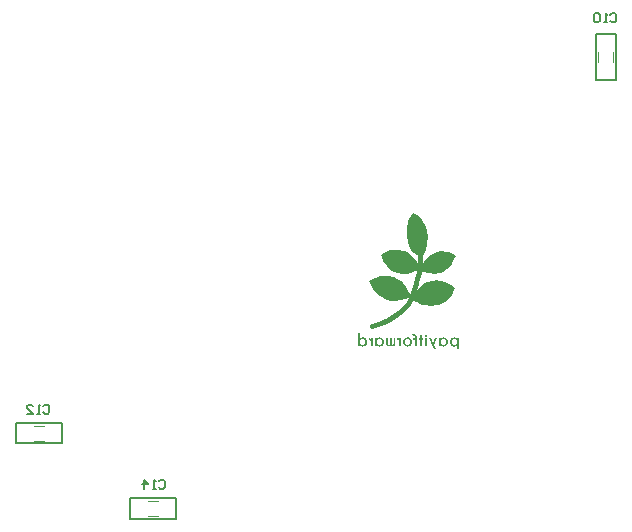
<source format=gbo>
G04*
G04 #@! TF.GenerationSoftware,Altium Limited,Altium Designer,18.1.6 (161)*
G04*
G04 Layer_Color=32896*
%FSTAX24Y24*%
%MOIN*%
G70*
G01*
G75*
%ADD14C,0.0040*%
%ADD15C,0.0050*%
%ADD17C,0.0080*%
%ADD20C,0.0158*%
G36*
X027063Y037598D02*
X027064Y037598D01*
X027234Y037585D01*
X027235Y037585D01*
X027236Y037585D01*
X027369Y037548D01*
X027369Y037547D01*
X02737Y037547D01*
X027549Y037472D01*
X027549Y037472D01*
X02755Y037472D01*
X027637Y037422D01*
X027638Y037421D01*
X027638Y037421D01*
X027688Y037375D01*
X027689Y037374D01*
X027689Y037374D01*
X027731Y037316D01*
X027731Y037316D01*
X027731Y037316D01*
X027781Y037241D01*
X027781Y037241D01*
X027781Y03724D01*
X027864Y037111D01*
X027864Y037111D01*
X027865Y037111D01*
X02789Y037061D01*
X027919Y037003D01*
X027919Y037001D01*
X02792Y037D01*
Y036983D01*
X027919Y036982D01*
X027919Y036981D01*
X02787Y036857D01*
X02787Y036857D01*
X02787Y036856D01*
X027869Y036856D01*
X027869Y036855D01*
X027868Y036855D01*
X027867Y036854D01*
X027866Y036854D01*
X027866Y036853D01*
X02779Y036835D01*
X027736Y036819D01*
X027736Y036819D01*
X027735Y036818D01*
X027656Y036802D01*
X027656Y036802D01*
X027656Y036802D01*
X027548Y036781D01*
X027548Y036781D01*
X027548Y036781D01*
X027452Y036764D01*
X027451Y036764D01*
X027451Y036764D01*
X027359D01*
X027359Y036764D01*
X027358Y036764D01*
X027267Y036772D01*
X027266Y036773D01*
X027266Y036772D01*
X027195Y036789D01*
X027195Y036789D01*
X027195Y036789D01*
X027095Y036819D01*
X027094Y036819D01*
X027094Y036819D01*
X026981Y036881D01*
X026981Y036882D01*
X026981Y036882D01*
X026922Y036919D01*
X026922Y03692D01*
X026921Y03692D01*
X026804Y037041D01*
X026804Y037041D01*
X026804Y037041D01*
X026734Y037116D01*
X026734Y037116D01*
X026733Y037116D01*
X026687Y037171D01*
X026687Y037171D01*
X026687Y037172D01*
X026653Y037234D01*
X026587Y03735D01*
X026587Y037351D01*
X026587Y037351D01*
X026553Y037413D01*
X026553Y037415D01*
X026553Y037418D01*
X026553Y037418D01*
X026553Y037418D01*
X026554Y03742D01*
X026555Y037422D01*
X026672Y037501D01*
X026673Y037501D01*
X026673Y037501D01*
X026748Y037535D01*
X026748Y037535D01*
X026749Y037535D01*
X026845Y037564D01*
X026845Y037564D01*
X026845Y037564D01*
X026932Y037589D01*
X026933Y037589D01*
X026934Y037589D01*
X027063Y037598D01*
X027063Y037598D01*
D02*
G37*
G36*
X028803Y037448D02*
X028804Y037448D01*
X028883Y03744D01*
X028884Y03744D01*
X028884Y03744D01*
X028959Y037419D01*
X029109Y037382D01*
X02911Y037381D01*
X02911D01*
X02916Y037361D01*
X02916Y03736D01*
X029161Y03736D01*
X029273Y037302D01*
X029273Y037302D01*
X029274Y037302D01*
X029374Y037235D01*
X029374Y037235D01*
X029374Y037235D01*
X029416Y037201D01*
X029416Y0372D01*
X029418Y037199D01*
X029418Y037198D01*
X029418Y037197D01*
X029418Y037196D01*
X029418Y037194D01*
X029389Y037119D01*
X029388Y037119D01*
X029388Y037118D01*
X029342Y037031D01*
X029342Y037031D01*
X029342Y037031D01*
X029309Y036968D01*
X029309Y036968D01*
X029309Y036968D01*
X029221Y036843D01*
X029221Y036842D01*
X029221Y036842D01*
X029162Y036783D01*
X029162Y036783D01*
X029161Y036783D01*
X029095Y036737D01*
X029094Y036737D01*
X029094Y036736D01*
X029027Y036703D01*
X029027Y036703D01*
X029027Y036703D01*
X028931Y036657D01*
X028931Y036657D01*
X028931Y036657D01*
X028873Y036632D01*
X028872Y036632D01*
X028871Y036632D01*
X028771Y036615D01*
X028771Y036615D01*
X02877Y036615D01*
X02862Y036611D01*
X02862Y036611D01*
X02862Y036611D01*
X028461Y036619D01*
X028461Y036619D01*
X02846Y036619D01*
X02834Y036644D01*
X028339Y036644D01*
X028339Y036644D01*
X028239Y036674D01*
X028239Y036674D01*
X028238Y036674D01*
X028138Y03672D01*
X028138Y03672D01*
X028138Y03672D01*
X028063Y036766D01*
X028062Y036766D01*
X028062Y036766D01*
X028008Y036808D01*
X028008Y036808D01*
X028007Y036808D01*
X028007Y036809D01*
X028006Y03681D01*
X028006Y036811D01*
X028005Y036812D01*
X028005Y036813D01*
X028005Y036813D01*
X028006Y036814D01*
X028006Y036815D01*
X028085Y037065D01*
X028086Y037067D01*
X028087Y037068D01*
X028112Y037084D01*
X028203Y037192D01*
X028244Y037242D01*
X028245Y037242D01*
X028245Y037243D01*
X028307Y037297D01*
X028308Y037297D01*
X028308Y037297D01*
X028413Y037364D01*
X028413Y037364D01*
X028413Y037364D01*
X028501Y037406D01*
X028501Y037406D01*
X028502Y037407D01*
X028652Y037436D01*
X028652Y037436D01*
X028653Y037436D01*
X028803Y037448D01*
X028803Y037448D01*
D02*
G37*
G36*
X028028Y039694D02*
X02803Y039694D01*
X028101Y039661D01*
X028101Y03966D01*
X028102Y03966D01*
X02816Y039623D01*
X02816Y039622D01*
X028161Y039622D01*
X02824Y039551D01*
X02824Y039551D01*
X02824Y039551D01*
X028303Y039493D01*
X028303Y039492D01*
X028303Y039492D01*
X028366Y039409D01*
X028366Y039409D01*
X028366Y039409D01*
X0284Y039363D01*
X0284Y039362D01*
X0284Y039362D01*
X028429Y039295D01*
X028429Y039295D01*
X028429Y039295D01*
X02845Y039245D01*
X02845Y039244D01*
X028451Y039244D01*
X028476Y039131D01*
X028476Y039131D01*
X028476Y039131D01*
X028492Y039052D01*
X028492Y039052D01*
X028492Y039052D01*
X028505Y038964D01*
X028505Y038964D01*
X028505Y038963D01*
Y038872D01*
X028505Y038871D01*
X028505Y038871D01*
X028496Y038742D01*
X028496Y038742D01*
X028496Y038742D01*
X028488Y038634D01*
X028488Y038633D01*
X028488Y038633D01*
X02848Y038583D01*
X02848Y038583D01*
X02848Y038583D01*
X028463Y038495D01*
X028463Y038495D01*
X028463Y038495D01*
X028452Y03846D01*
X028452Y03846D01*
X028452Y03846D01*
X028424Y038396D01*
X028424Y038395D01*
X028424Y038395D01*
X028388Y038343D01*
X028387Y038342D01*
X028387Y038342D01*
X028331Y038278D01*
X028331Y038278D01*
X02833Y038277D01*
X028317Y038267D01*
X028317Y038234D01*
X028317Y038233D01*
X028317Y038232D01*
X028316Y038231D01*
X028316Y03823D01*
X028315Y038229D01*
X028314Y038228D01*
X028313Y038228D01*
X028311Y038228D01*
X02831Y038228D01*
X028309Y038228D01*
X028205Y038257D01*
X028204Y038258D01*
X028203Y038258D01*
X028149Y038291D01*
X028149Y038292D01*
X028149Y038292D01*
X028053Y038367D01*
X028052Y038367D01*
X028052Y038368D01*
X027968Y038476D01*
X027968Y038477D01*
X027968Y038477D01*
X02793Y038544D01*
X02793Y038544D01*
X02793Y038544D01*
X027892Y038644D01*
X027863Y038719D01*
X027863Y03872D01*
X027863Y03872D01*
X027842Y038803D01*
X027842Y038803D01*
X027842Y038803D01*
X027821Y038887D01*
X027822Y038887D01*
X027821Y038888D01*
X027817Y038963D01*
X027817Y038963D01*
X027817Y038963D01*
Y039122D01*
X027817Y039122D01*
X027817Y039122D01*
X027825Y039218D01*
X027825Y039218D01*
X027825Y039218D01*
X027838Y039331D01*
X027838Y039331D01*
X027838Y039332D01*
X027867Y039411D01*
X027867Y039411D01*
X027867Y039411D01*
X027897Y039486D01*
X027897Y039487D01*
X027897Y039487D01*
X027956Y039583D01*
X027956Y039583D01*
X027956Y039584D01*
X028001Y03965D01*
X028022Y039691D01*
X028024Y039693D01*
X028026Y039694D01*
X028026Y039694D01*
X028026Y039694D01*
X028028Y039694D01*
D02*
G37*
G36*
X02758Y038464D02*
X027581Y038463D01*
X027581Y038464D01*
X027673Y038439D01*
X027673Y038438D01*
X027673Y038438D01*
X02774Y038417D01*
X02774Y038417D01*
X027741Y038417D01*
X027812Y03838D01*
X027813Y038379D01*
X027874Y038346D01*
X027875Y038346D01*
X027875Y038346D01*
X027996Y038267D01*
X027996Y038266D01*
X027997Y038265D01*
X028114Y038115D01*
X028114Y038115D01*
X028114Y038115D01*
X028193Y037986D01*
X028193Y037986D01*
X028193Y037986D01*
X028218Y037944D01*
X028219Y037942D01*
X028219Y03794D01*
X028199Y037802D01*
X028198Y037801D01*
X028198Y037801D01*
X028197Y0378D01*
X028197Y037798D01*
X028196Y037798D01*
X028196Y037798D01*
X028196Y037798D01*
X028195Y037797D01*
X028028Y037718D01*
X028028Y037718D01*
X028027Y037718D01*
X027839Y037676D01*
X027839Y037676D01*
X027838Y037676D01*
X027693Y037672D01*
X027692Y037672D01*
X027691Y037672D01*
X027516Y037697D01*
X027516Y037697D01*
X027516Y037697D01*
X027403Y03773D01*
X027403Y03773D01*
X027402D01*
X027332Y03776D01*
X027331Y03776D01*
X02733Y037761D01*
X02728Y037798D01*
X02728Y037798D01*
X02728Y037798D01*
X027201Y037861D01*
X0272Y037861D01*
X0272Y037861D01*
X027138Y037928D01*
X027137Y037929D01*
X027137Y037929D01*
X027032Y038108D01*
X027032Y038108D01*
X027032Y038109D01*
X026982Y038213D01*
X026982Y038213D01*
X026982Y038213D01*
X026953Y038284D01*
X026953Y038286D01*
X026953Y038288D01*
X026953Y038288D01*
X026953Y038289D01*
X026954Y03829D01*
X026955Y038292D01*
X027064Y038363D01*
X027064Y038363D01*
X027064Y038363D01*
X027185Y038425D01*
X027186Y038425D01*
X027186Y038426D01*
X027261Y038451D01*
X027261Y038451D01*
X027261Y038451D01*
X02732Y038467D01*
X02732Y038467D01*
X027321Y038468D01*
X027396Y038476D01*
X027396Y038476D01*
X027397Y038476D01*
X02758Y038464D01*
D02*
G37*
G36*
X029027Y038423D02*
X029027Y038423D01*
X029127Y038406D01*
X029128Y038406D01*
X029128Y038406D01*
X029219Y038385D01*
X02922Y038385D01*
X029221Y038385D01*
X029287Y038356D01*
X029287Y038356D01*
X029287D01*
X029354Y038327D01*
X029354Y038326D01*
X029355Y038326D01*
X029438Y038268D01*
X029439Y038266D01*
X029441Y038264D01*
X029441Y038264D01*
X029441Y038263D01*
X029441Y038261D01*
X02944Y038259D01*
X029424Y038226D01*
X029399Y038164D01*
X029399Y038164D01*
X029399Y038164D01*
X029361Y038089D01*
X029361Y038089D01*
X029361Y038089D01*
X029315Y037997D01*
X029315Y037997D01*
X029315Y037996D01*
X029265Y037933D01*
X029265Y037933D01*
X029265Y037933D01*
X029215Y037875D01*
X029214Y037874D01*
X029213Y037874D01*
X029134Y037816D01*
X029134Y037815D01*
X029134Y037815D01*
X029017Y03774D01*
X029017Y03774D01*
X029016Y03774D01*
X028916Y037702D01*
X028916Y037702D01*
X028916Y037702D01*
X028862Y037686D01*
X028861Y037686D01*
X02886Y037685D01*
X028756Y037677D01*
X028756Y037677D01*
X028755Y037677D01*
X028559Y037698D01*
X028559Y037698D01*
X028559Y037698D01*
X028471Y03771D01*
X028471Y037711D01*
X028471Y03771D01*
X028408Y037727D01*
X028408Y037727D01*
X028408Y037727D01*
X028358Y037744D01*
X028357Y037744D01*
X028356Y037744D01*
X028286Y037786D01*
X028285Y037787D01*
X028284Y037787D01*
X028284Y037788D01*
X028284Y037788D01*
X028284Y037789D01*
X028283Y03779D01*
X028283Y037791D01*
X028283Y037792D01*
X028283Y037792D01*
X028283Y037793D01*
X028303Y037922D01*
X028304Y037923D01*
X028304Y037924D01*
X028375Y038061D01*
X028375Y038062D01*
X028375Y038062D01*
X028425Y038137D01*
X028426Y038137D01*
X028426Y038138D01*
X028496Y038208D01*
X028496Y038208D01*
X028497Y038208D01*
X028585Y03828D01*
X028585Y03828D01*
X028585Y03828D01*
X028595Y038287D01*
X028595Y038287D01*
X028596Y038287D01*
X028616Y0383D01*
X028616Y0383D01*
X028616Y0383D01*
X028637Y038311D01*
X028637Y038311D01*
X028637Y038311D01*
X028659Y038322D01*
X028659Y038322D01*
X028659Y038322D01*
X02867Y038326D01*
X02874Y03836D01*
X02874Y03836D01*
X028741Y03836D01*
X028832Y038398D01*
X028833Y038398D01*
X028833Y038398D01*
X028913Y038415D01*
X028913Y038415D01*
X028914Y038415D01*
X029026Y038423D01*
X029027Y038423D01*
D02*
G37*
G36*
X028467Y035641D02*
X028473Y035639D01*
X028478Y035638D01*
X028482Y035636D01*
X028485Y035633D01*
X028487Y035632D01*
X028489Y03563D01*
X028489Y03563D01*
X028493Y035626D01*
X028496Y035621D01*
X028498Y035616D01*
X0285Y035612D01*
X0285Y035608D01*
X028501Y035605D01*
Y035603D01*
Y035602D01*
X0285Y035596D01*
X028499Y035591D01*
X028498Y035587D01*
X028495Y035583D01*
X028493Y035579D01*
X028491Y035576D01*
X02849Y035575D01*
X028489Y035574D01*
X028485Y035571D01*
X02848Y035568D01*
X028476Y035566D01*
X028472Y035565D01*
X028467Y035564D01*
X028465Y035563D01*
X028462D01*
X028456Y035564D01*
X02845Y035566D01*
X028446Y035567D01*
X028441Y035569D01*
X028439Y035571D01*
X028436Y035573D01*
X028435Y035574D01*
X028434Y035574D01*
X02843Y035579D01*
X028427Y035584D01*
X028425Y035588D01*
X028424Y035593D01*
X028423Y035597D01*
X028422Y0356D01*
Y035602D01*
Y035602D01*
X028423Y035609D01*
X028424Y035613D01*
X028426Y035618D01*
X028428Y035622D01*
X028431Y035626D01*
X028432Y035628D01*
X028433Y035629D01*
X028434Y03563D01*
X028439Y035634D01*
X028444Y035637D01*
X028448Y035639D01*
X028452Y03564D01*
X028456Y035641D01*
X028459Y035641D01*
X028462D01*
X028467Y035641D01*
D02*
G37*
G36*
X029044Y035548D02*
X029056Y035547D01*
X029066Y035545D01*
X029077Y035542D01*
X029095Y035535D01*
X029103Y035531D01*
X029111Y035527D01*
X029118Y035523D01*
X029124Y035518D01*
X029129Y035514D01*
X029133Y035511D01*
X029137Y035508D01*
X02914Y035506D01*
X029141Y035505D01*
X029142Y035504D01*
X029149Y035496D01*
X029156Y035487D01*
X029162Y035477D01*
X029168Y035469D01*
X029172Y03546D01*
X029175Y03545D01*
X029181Y035434D01*
X029183Y035426D01*
X029184Y035419D01*
X029185Y035413D01*
X029185Y035407D01*
X029186Y035402D01*
Y035399D01*
Y035397D01*
Y035396D01*
X029185Y035385D01*
X029184Y035373D01*
X029182Y035362D01*
X029179Y035352D01*
X029172Y035333D01*
X029168Y035325D01*
X029163Y035318D01*
X029159Y035311D01*
X029156Y035305D01*
X029152Y0353D01*
X029148Y035296D01*
X029146Y035292D01*
X029144Y03529D01*
X029142Y035288D01*
X029142Y035288D01*
X029133Y03528D01*
X029124Y035273D01*
X029115Y035267D01*
X029105Y035262D01*
X029096Y035258D01*
X029087Y035254D01*
X02907Y035249D01*
X029062Y035247D01*
X029055Y035245D01*
X029049Y035245D01*
X029043Y035244D01*
X029038Y035243D01*
X029032D01*
X029023Y035244D01*
X029013Y035245D01*
X029004Y035247D01*
X028995Y035249D01*
X028979Y035256D01*
X028965Y035264D01*
X028959Y035268D01*
X028954Y035271D01*
X02895Y035275D01*
X028946Y035278D01*
X028943Y03528D01*
X028941Y035282D01*
X028939Y035283D01*
X028939Y035284D01*
Y03525D01*
X028883D01*
Y035527D01*
X028939D01*
Y035508D01*
X028946Y035516D01*
X028954Y035522D01*
X028963Y035527D01*
X02897Y035532D01*
X028978Y035536D01*
X028986Y035539D01*
X029001Y035544D01*
X029013Y035547D01*
X029019Y035548D01*
X029023Y035548D01*
X029027Y035549D01*
X029032D01*
X029044Y035548D01*
D02*
G37*
G36*
X026915D02*
X026927Y035547D01*
X026938Y035545D01*
X026948Y035542D01*
X026966Y035535D01*
X026974Y035531D01*
X026982Y035527D01*
X026989Y035523D01*
X026995Y035518D01*
X027Y035514D01*
X027004Y035511D01*
X027008Y035508D01*
X027011Y035506D01*
X027012Y035505D01*
X027013Y035504D01*
X02702Y035496D01*
X027027Y035487D01*
X027033Y035477D01*
X027039Y035469D01*
X027043Y03546D01*
X027046Y03545D01*
X027052Y035434D01*
X027054Y035426D01*
X027055Y035419D01*
X027056Y035413D01*
X027056Y035407D01*
X027057Y035402D01*
Y035399D01*
Y035397D01*
Y035396D01*
X027056Y035385D01*
X027055Y035373D01*
X027053Y035362D01*
X02705Y035352D01*
X027043Y035333D01*
X027039Y035325D01*
X027035Y035318D01*
X02703Y035311D01*
X027027Y035305D01*
X027023Y0353D01*
X027019Y035296D01*
X027017Y035292D01*
X027015Y03529D01*
X027013Y035288D01*
X027013Y035288D01*
X027004Y03528D01*
X026995Y035273D01*
X026986Y035267D01*
X026976Y035262D01*
X026968Y035258D01*
X026958Y035254D01*
X026941Y035249D01*
X026933Y035247D01*
X026926Y035245D01*
X02692Y035245D01*
X026914Y035244D01*
X02691Y035243D01*
X026903D01*
X026894Y035244D01*
X026884Y035245D01*
X026875Y035247D01*
X026866Y035249D01*
X02685Y035256D01*
X026836Y035264D01*
X02683Y035268D01*
X026826Y035271D01*
X026821Y035275D01*
X026817Y035278D01*
X026814Y03528D01*
X026812Y035282D01*
X02681Y035283D01*
X02681Y035284D01*
Y03525D01*
X026754D01*
Y035527D01*
X02681D01*
Y035508D01*
X026817Y035516D01*
X026826Y035522D01*
X026834Y035527D01*
X026841Y035532D01*
X026849Y035536D01*
X026857Y035539D01*
X026872Y035544D01*
X026884Y035547D01*
X02689Y035548D01*
X026895Y035548D01*
X026898Y035549D01*
X026903D01*
X026915Y035548D01*
D02*
G37*
G36*
X028719Y035311D02*
X028793Y035157D01*
X028733D01*
X028556Y035527D01*
X028618D01*
X028689Y035376D01*
X028759Y035527D01*
X028822D01*
X028719Y035311D01*
D02*
G37*
G36*
X027433Y035333D02*
X027431Y03532D01*
X027429Y035308D01*
X027424Y035298D01*
X02742Y03529D01*
X027415Y035282D01*
X027411Y035277D01*
X027408Y035274D01*
X027407Y035273D01*
X027397Y035264D01*
X027386Y035258D01*
X027375Y035253D01*
X027365Y03525D01*
X027356Y035248D01*
X027349Y035247D01*
X027347Y035247D01*
X027343D01*
X02733Y035248D01*
X027318Y035251D01*
X027308Y035255D01*
X027299Y03526D01*
X027291Y035264D01*
X027286Y035268D01*
X027283Y03527D01*
X027282Y035272D01*
X027272Y035264D01*
X027262Y035258D01*
X027252Y035253D01*
X027242Y03525D01*
X027234Y035248D01*
X027227Y035247D01*
X027224Y035247D01*
X027221D01*
X027207Y035248D01*
X027196Y035251D01*
X027185Y035255D01*
X027175Y03526D01*
X027168Y035264D01*
X027162Y035268D01*
X027159Y035271D01*
X027157Y035273D01*
X027149Y035282D01*
X027143Y035292D01*
X027138Y035303D01*
X027135Y035312D01*
X027133Y03532D01*
X027132Y035326D01*
X027132Y035329D01*
Y035331D01*
Y035332D01*
Y035333D01*
Y035527D01*
X027188D01*
Y035344D01*
X027188Y035336D01*
X027189Y03533D01*
X02719Y035324D01*
X027193Y03532D01*
X027195Y035316D01*
X027198Y035312D01*
X027204Y035307D01*
X02721Y035304D01*
X027216Y035303D01*
X02722Y035302D01*
X027221D01*
X027226Y035303D01*
X027231Y035303D01*
X027238Y035307D01*
X027241Y035309D01*
X027243Y03531D01*
X027244Y035311D01*
X027245Y035311D01*
X027248Y035316D01*
X02725Y03532D01*
X027253Y035328D01*
X027254Y035331D01*
X027254Y035334D01*
Y035336D01*
Y035337D01*
Y035527D01*
X02731D01*
Y035332D01*
X027311Y035328D01*
X027312Y035324D01*
X027315Y035318D01*
X027317Y035315D01*
X027319Y035313D01*
X027319Y035312D01*
X02732Y035311D01*
X027323Y035308D01*
X027328Y035306D01*
X027335Y035303D01*
X027338Y035303D01*
X027341Y035302D01*
X027343D01*
X027349Y035303D01*
X027354Y035304D01*
X027359Y035306D01*
X027362Y035309D01*
X027369Y035315D01*
X027373Y035323D01*
X027375Y035331D01*
X027376Y035337D01*
X027377Y035339D01*
Y035342D01*
Y035343D01*
Y035344D01*
Y035527D01*
X027433D01*
Y035333D01*
D02*
G37*
G36*
X02849Y03525D02*
X028434D01*
Y035527D01*
X02849D01*
Y03525D01*
D02*
G37*
G36*
X028314Y035527D02*
X028364D01*
Y035471D01*
X028314D01*
Y03525D01*
X028258D01*
Y035471D01*
X028209D01*
Y035527D01*
X028258D01*
Y035631D01*
X028314D01*
Y035527D01*
D02*
G37*
G36*
X028062Y03566D02*
X028073Y035657D01*
X028084Y035653D01*
X028092Y035649D01*
X028099Y035644D01*
X028104Y035641D01*
X028108Y035638D01*
X028109Y035637D01*
X028117Y035627D01*
X028123Y035617D01*
X028128Y035607D01*
X028131Y035598D01*
X028133Y035589D01*
X028135Y035583D01*
Y035581D01*
X028136Y035579D01*
Y035578D01*
Y035577D01*
Y035527D01*
X02816D01*
Y035472D01*
X028136D01*
Y03525D01*
X028079D01*
Y035472D01*
X028029D01*
Y035527D01*
X028079D01*
Y035575D01*
X028078Y03558D01*
X028077Y035584D01*
X028074Y035591D01*
X028073Y035594D01*
X028071Y035596D01*
X028071Y035596D01*
X02807Y035597D01*
X028066Y0356D01*
X028062Y035602D01*
X028055Y035604D01*
X028052Y035605D01*
X02805Y035606D01*
X028048D01*
X028045Y035605D01*
X028041Y035604D01*
X028036Y035603D01*
X028031Y035601D01*
X028026Y035599D01*
X028022Y035598D01*
X028019Y035597D01*
X028018Y035596D01*
X028Y035649D01*
X028011Y035653D01*
X028021Y035656D01*
X02803Y035658D01*
X028037Y035659D01*
X028043Y03566D01*
X028047Y03566D01*
X02805D01*
X028062Y03566D01*
D02*
G37*
G36*
X027496Y035533D02*
X027504Y035531D01*
X027511Y035529D01*
X027519Y035527D01*
X027532Y035519D01*
X027543Y035511D01*
X027552Y035503D01*
X027558Y035497D01*
X02756Y035494D01*
X027562Y035492D01*
X027563Y03549D01*
X027564Y03549D01*
Y035527D01*
X02762D01*
Y03525D01*
X027564D01*
Y035392D01*
X027562Y035406D01*
X027559Y035418D01*
X027555Y035429D01*
X027549Y035439D01*
X027545Y035446D01*
X02754Y035451D01*
X027537Y035455D01*
X027536Y035456D01*
X027528Y035462D01*
X027521Y035467D01*
X027513Y035471D01*
X027505Y035473D01*
X027498Y035475D01*
X027492Y035475D01*
X027489Y035476D01*
X027487D01*
Y035534D01*
X027496Y035533D01*
D02*
G37*
G36*
X026548Y035533D02*
X026556Y035531D01*
X026564Y035529D01*
X026571Y035527D01*
X026584Y035519D01*
X026595Y035511D01*
X026604Y035503D01*
X026611Y035497D01*
X026613Y035494D01*
X026615Y035492D01*
X026616Y03549D01*
X026617Y03549D01*
Y035527D01*
X026673D01*
Y03525D01*
X026617D01*
Y035392D01*
X026615Y035406D01*
X026612Y035418D01*
X026608Y035429D01*
X026602Y035439D01*
X026597Y035446D01*
X026593Y035451D01*
X02659Y035455D01*
X026589Y035456D01*
X026581Y035462D01*
X026573Y035467D01*
X026565Y035471D01*
X026558Y035473D01*
X026551Y035475D01*
X026545Y035475D01*
X026541Y035476D01*
X02654D01*
Y035534D01*
X026548Y035533D01*
D02*
G37*
G36*
X027849Y035549D02*
X027861Y035548D01*
X027871Y035546D01*
X027881Y035543D01*
X0279Y035535D01*
X027908Y035531D01*
X027916Y035527D01*
X027922Y035523D01*
X027929Y035519D01*
X027934Y035515D01*
X027938Y035512D01*
X027942Y035509D01*
X027944Y035507D01*
X027946Y035505D01*
X027946Y035505D01*
X027955Y035496D01*
X027961Y035487D01*
X027967Y035478D01*
X027972Y035469D01*
X027977Y03546D01*
X02798Y035451D01*
X027986Y035434D01*
X027987Y035426D01*
X027989Y035419D01*
X02799Y035413D01*
X027991Y035407D01*
X027991Y035402D01*
Y035399D01*
Y035397D01*
Y035396D01*
X027991Y035385D01*
X027989Y035373D01*
X027987Y035363D01*
X027985Y035352D01*
X027977Y035334D01*
X027973Y035326D01*
X027969Y035318D01*
X027965Y035311D01*
X027961Y035305D01*
X027957Y0353D01*
X027953Y035296D01*
X02795Y035292D01*
X027948Y03529D01*
X027947Y035288D01*
X027946Y035288D01*
X027937Y03528D01*
X027929Y035273D01*
X02792Y035267D01*
X02791Y035262D01*
X027901Y035258D01*
X027892Y035254D01*
X027875Y035249D01*
X027867Y035247D01*
X02786Y035245D01*
X027854Y035245D01*
X027849Y035244D01*
X027844Y035243D01*
X027838D01*
X027826Y035244D01*
X027815Y035245D01*
X027804Y035247D01*
X027794Y03525D01*
X027776Y035258D01*
X027767Y035261D01*
X02776Y035266D01*
X027753Y03527D01*
X027747Y035273D01*
X027741Y035277D01*
X027737Y035281D01*
X027734Y035283D01*
X027731Y035286D01*
X02773Y035287D01*
X027729Y035288D01*
X027721Y035296D01*
X027714Y035305D01*
X027708Y035314D01*
X027703Y035324D01*
X027698Y035333D01*
X027695Y035342D01*
X02769Y035359D01*
X027687Y035367D01*
X027686Y035374D01*
X027685Y03538D01*
X027685Y035385D01*
X027684Y03539D01*
Y035393D01*
Y035395D01*
Y035396D01*
X027685Y035408D01*
X027686Y035419D01*
X027688Y03543D01*
X027691Y03544D01*
X027698Y035458D01*
X027702Y035467D01*
X027707Y035474D01*
X027711Y035481D01*
X027715Y035487D01*
X027719Y035492D01*
X027722Y035497D01*
X027725Y0355D01*
X027727Y035503D01*
X027728Y035504D01*
X027729Y035505D01*
X027738Y035513D01*
X027747Y03552D01*
X027756Y035526D01*
X027765Y035531D01*
X027774Y035535D01*
X027783Y035539D01*
X0278Y035544D01*
X027808Y035546D01*
X027815Y035548D01*
X027821Y035548D01*
X027827Y035549D01*
X027832Y03555D01*
X027838D01*
X027849Y035549D01*
D02*
G37*
G36*
X026244Y035508D02*
X026252Y035516D01*
X02626Y035522D01*
X026268Y035527D01*
X026276Y035532D01*
X026285Y035536D01*
X026292Y03554D01*
X026306Y035544D01*
X026319Y035548D01*
X026325Y035548D01*
X02633Y035549D01*
X026333Y03555D01*
X026339D01*
X02635Y035549D01*
X026362Y035548D01*
X026373Y035546D01*
X026383Y035543D01*
X026401Y035535D01*
X02641Y035531D01*
X026417Y035527D01*
X026424Y035523D01*
X02643Y035519D01*
X026436Y035515D01*
X02644Y035512D01*
X026443Y035509D01*
X026446Y035507D01*
X026447Y035505D01*
X026448Y035505D01*
X026455Y035496D01*
X026462Y035487D01*
X026468Y035478D01*
X026474Y035469D01*
X026478Y03546D01*
X026481Y035451D01*
X026487Y035434D01*
X026489Y035426D01*
X02649Y035419D01*
X026491Y035413D01*
X026492Y035407D01*
X026492Y035402D01*
Y035399D01*
Y035397D01*
Y035396D01*
X026492Y035385D01*
X02649Y035373D01*
X026488Y035363D01*
X026485Y035352D01*
X026478Y035334D01*
X026474Y035326D01*
X02647Y035318D01*
X026466Y035311D01*
X026462Y035305D01*
X026458Y0353D01*
X026455Y035296D01*
X026452Y035292D01*
X02645Y03529D01*
X026449Y035288D01*
X026448Y035288D01*
X026439Y03528D01*
X02643Y035273D01*
X026421Y035267D01*
X026412Y035262D01*
X026403Y035258D01*
X026393Y035254D01*
X026376Y035249D01*
X026369Y035247D01*
X026361Y035245D01*
X026355Y035245D01*
X026349Y035244D01*
X026345Y035243D01*
X026339D01*
X026329Y035244D01*
X026319Y035245D01*
X02631Y035247D01*
X026301Y035249D01*
X026285Y035256D01*
X026272Y035264D01*
X026265Y035268D01*
X02626Y035271D01*
X026255Y035275D01*
X026252Y035278D01*
X026248Y03528D01*
X026246Y035282D01*
X026245Y035283D01*
X026244Y035284D01*
Y03525D01*
X026188D01*
Y035682D01*
X026244D01*
Y035508D01*
D02*
G37*
G36*
X02941Y035549D02*
X02942Y035548D01*
X029429Y035546D01*
X029437Y035542D01*
X029454Y035535D01*
X029467Y035526D01*
X029473Y035522D01*
X029478Y035517D01*
X029483Y035513D01*
X029487Y03551D01*
X02949Y035506D01*
X029492Y035504D01*
X029493Y035503D01*
X029494Y035502D01*
Y035527D01*
X02955D01*
Y035157D01*
X029494D01*
Y035284D01*
X029486Y035277D01*
X029478Y03527D01*
X02947Y035265D01*
X029463Y03526D01*
X029454Y035257D01*
X029447Y035253D01*
X029432Y035249D01*
X02942Y035245D01*
X029414Y035245D01*
X029409Y035244D01*
X029406Y035243D01*
X0294D01*
X029389Y035244D01*
X029377Y035245D01*
X029366Y035247D01*
X029356Y03525D01*
X029338Y035258D01*
X029329Y035261D01*
X029322Y035266D01*
X029315Y03527D01*
X029309Y035273D01*
X029304Y035277D01*
X0293Y035281D01*
X029297Y035283D01*
X029294Y035286D01*
X029293Y035287D01*
X029292Y035288D01*
X029284Y035296D01*
X029277Y035305D01*
X029271Y035314D01*
X029266Y035324D01*
X029261Y035333D01*
X029258Y035342D01*
X029252Y035359D01*
X02925Y035367D01*
X029249Y035374D01*
X029248Y03538D01*
X029247Y035385D01*
X029247Y03539D01*
Y035393D01*
Y035395D01*
Y035396D01*
X029247Y035408D01*
X029249Y035419D01*
X029251Y03543D01*
X029254Y03544D01*
X029261Y035458D01*
X029265Y035467D01*
X029269Y035474D01*
X029273Y035481D01*
X029277Y035487D01*
X029282Y035492D01*
X029285Y035497D01*
X029288Y0355D01*
X02929Y035503D01*
X029291Y035504D01*
X029292Y035505D01*
X0293Y035513D01*
X029309Y03552D01*
X029318Y035526D01*
X029327Y035531D01*
X029337Y035535D01*
X029346Y035539D01*
X029363Y035544D01*
X02937Y035546D01*
X029378Y035548D01*
X029384Y035548D01*
X02939Y035549D01*
X029394Y03555D01*
X0294D01*
X02941Y035549D01*
D02*
G37*
%LPC*%
G36*
X029036Y035492D02*
X029032D01*
X029018Y03549D01*
X029005Y035488D01*
X028993Y035483D01*
X028984Y035478D01*
X028976Y035473D01*
X028969Y035468D01*
X028966Y035465D01*
X028965Y035464D01*
X028957Y035456D01*
X028952Y035447D01*
X028947Y03544D01*
X028944Y035432D01*
X028941Y035426D01*
X02894Y035421D01*
X028939Y035418D01*
Y035417D01*
Y035376D01*
X028941Y035366D01*
X028945Y035357D01*
X028949Y035349D01*
X028954Y035342D01*
X028958Y035336D01*
X028961Y035331D01*
X028964Y035329D01*
X028965Y035328D01*
X028976Y035318D01*
X028987Y035311D01*
X028998Y035307D01*
X029009Y035303D01*
X029018Y035301D01*
X029025Y035301D01*
X029028Y0353D01*
X029032D01*
X029047Y035301D01*
X02906Y035304D01*
X029072Y035309D01*
X029081Y035314D01*
X02909Y035319D01*
X029096Y035324D01*
X029099Y035326D01*
X029101Y035328D01*
X02911Y035339D01*
X029117Y03535D01*
X029122Y035362D01*
X029125Y035373D01*
X029127Y035382D01*
X029128Y035389D01*
X029129Y035392D01*
Y035394D01*
Y035395D01*
Y035396D01*
X029127Y03541D01*
X029124Y035423D01*
X02912Y035435D01*
X029114Y035445D01*
X029109Y035453D01*
X029105Y035459D01*
X029102Y035462D01*
X029101Y035464D01*
X02909Y035473D01*
X029078Y03548D01*
X029066Y035485D01*
X029056Y035488D01*
X029047Y03549D01*
X029039Y035491D01*
X029036Y035492D01*
D02*
G37*
G36*
X026907D02*
X026903D01*
X026889Y03549D01*
X026876Y035488D01*
X026864Y035483D01*
X026855Y035478D01*
X026847Y035473D01*
X026841Y035468D01*
X026837Y035465D01*
X026836Y035464D01*
X026828Y035456D01*
X026823Y035447D01*
X026818Y03544D01*
X026815Y035432D01*
X026813Y035426D01*
X026811Y035421D01*
X02681Y035418D01*
Y035417D01*
Y035376D01*
X026813Y035366D01*
X026816Y035357D01*
X02682Y035349D01*
X026825Y035342D01*
X026829Y035336D01*
X026832Y035331D01*
X026835Y035329D01*
X026836Y035328D01*
X026847Y035318D01*
X026858Y035311D01*
X026869Y035307D01*
X02688Y035303D01*
X026889Y035301D01*
X026897Y035301D01*
X026899Y0353D01*
X026903D01*
X026918Y035301D01*
X026931Y035304D01*
X026943Y035309D01*
X026953Y035314D01*
X026961Y035319D01*
X026967Y035324D01*
X02697Y035326D01*
X026972Y035328D01*
X026981Y035339D01*
X026988Y03535D01*
X026993Y035362D01*
X026996Y035373D01*
X026998Y035382D01*
X026999Y035389D01*
X027Y035392D01*
Y035394D01*
Y035395D01*
Y035396D01*
X026998Y03541D01*
X026996Y035423D01*
X026991Y035435D01*
X026985Y035445D01*
X026981Y035453D01*
X026976Y035459D01*
X026973Y035462D01*
X026972Y035464D01*
X026961Y035473D01*
X026949Y03548D01*
X026938Y035485D01*
X026927Y035488D01*
X026918Y03549D01*
X02691Y035491D01*
X026907Y035492D01*
D02*
G37*
G36*
X027842Y035492D02*
X027838D01*
X027823Y035491D01*
X02781Y035488D01*
X027799Y035484D01*
X027789Y035478D01*
X027781Y035473D01*
X027775Y035469D01*
X027771Y035465D01*
X02777Y035464D01*
X027761Y035453D01*
X027754Y035441D01*
X027748Y03543D01*
X027745Y035419D01*
X027743Y03541D01*
X027742Y035403D01*
X027741Y0354D01*
Y035398D01*
Y035397D01*
Y035396D01*
X027743Y035382D01*
X027746Y035369D01*
X02775Y035357D01*
X027756Y035347D01*
X027761Y035339D01*
X027765Y035333D01*
X027769Y035329D01*
X02777Y035328D01*
X027781Y035318D01*
X027793Y035311D01*
X027804Y035307D01*
X027815Y035303D01*
X027823Y035301D01*
X027831Y035301D01*
X027834Y0353D01*
X027838D01*
X027852Y035301D01*
X027865Y035304D01*
X027877Y035309D01*
X027887Y035314D01*
X027895Y035319D01*
X027901Y035324D01*
X027905Y035326D01*
X027906Y035328D01*
X027916Y035339D01*
X027922Y03535D01*
X027927Y035362D01*
X027931Y035373D01*
X027933Y035382D01*
X027933Y035389D01*
X027934Y035392D01*
Y035394D01*
Y035395D01*
Y035396D01*
X027933Y03541D01*
X02793Y035423D01*
X027925Y035435D01*
X02792Y035445D01*
X027915Y035453D01*
X02791Y035459D01*
X027907Y035462D01*
X027906Y035464D01*
X027895Y035473D01*
X027883Y03548D01*
X027872Y035486D01*
X027862Y035489D01*
X027852Y035491D01*
X027845Y035492D01*
X027842Y035492D01*
D02*
G37*
G36*
X026343Y035492D02*
X026339D01*
X026324Y035491D01*
X026311Y035488D01*
X0263Y035484D01*
X02629Y035479D01*
X026282Y035473D01*
X026276Y035469D01*
X026272Y035466D01*
X026271Y035464D01*
X026263Y035456D01*
X026258Y035448D01*
X026253Y03544D01*
X02625Y035432D01*
X026247Y035426D01*
X026246Y035421D01*
X026244Y035418D01*
Y035417D01*
Y035376D01*
X026247Y035366D01*
X02625Y035357D01*
X026255Y035349D01*
X026259Y035342D01*
X026264Y035336D01*
X026267Y035332D01*
X02627Y035329D01*
X026271Y035328D01*
X026282Y035318D01*
X026293Y035311D01*
X026304Y035307D01*
X026315Y035303D01*
X026324Y035301D01*
X026332Y035301D01*
X026334Y0353D01*
X026339D01*
X026353Y035301D01*
X026366Y035304D01*
X026378Y035309D01*
X026388Y035314D01*
X026396Y035319D01*
X026402Y035324D01*
X026405Y035326D01*
X026407Y035328D01*
X026416Y035339D01*
X026423Y03535D01*
X026428Y035362D01*
X026431Y035373D01*
X026433Y035382D01*
X026434Y035389D01*
X026435Y035392D01*
Y035394D01*
Y035395D01*
Y035396D01*
X026433Y03541D01*
X026431Y035423D01*
X026426Y035435D01*
X02642Y035445D01*
X026416Y035453D01*
X026411Y035459D01*
X026408Y035462D01*
X026407Y035464D01*
X026396Y035473D01*
X026384Y03548D01*
X026373Y035486D01*
X026362Y035489D01*
X026353Y035491D01*
X026345Y035492D01*
X026343Y035492D01*
D02*
G37*
G36*
X029405Y035492D02*
X0294D01*
X029386Y035491D01*
X029372Y035488D01*
X029361Y035484D01*
X029351Y035478D01*
X029343Y035473D01*
X029337Y035469D01*
X029333Y035465D01*
X029332Y035464D01*
X029323Y035453D01*
X029316Y035441D01*
X029311Y03543D01*
X029308Y035419D01*
X029305Y03541D01*
X029305Y035403D01*
X029304Y0354D01*
Y035398D01*
Y035397D01*
Y035396D01*
X029305Y035382D01*
X029308Y035369D01*
X029313Y035357D01*
X029318Y035347D01*
X029323Y035339D01*
X029328Y035333D01*
X029331Y035329D01*
X029332Y035328D01*
X029343Y035318D01*
X029355Y035311D01*
X029366Y035307D01*
X029377Y035303D01*
X029386Y035301D01*
X029394Y035301D01*
X029396Y0353D01*
X0294D01*
X029415Y035301D01*
X029428Y035304D01*
X029439Y035309D01*
X029449Y035314D01*
X029457Y035319D01*
X029463Y035324D01*
X029467Y035326D01*
X029468Y035328D01*
X029476Y035336D01*
X029481Y035344D01*
X029486Y035352D01*
X029489Y035359D01*
X029491Y035365D01*
X029493Y03537D01*
X029494Y035373D01*
Y035374D01*
Y035418D01*
X029491Y035428D01*
X029488Y035436D01*
X029484Y035444D01*
X029479Y035451D01*
X029475Y035456D01*
X029471Y035461D01*
X029469Y035464D01*
X029468Y035464D01*
X029457Y035474D01*
X029446Y035481D01*
X029435Y035486D01*
X029424Y035489D01*
X029414Y035491D01*
X029407Y035492D01*
X029405Y035492D01*
D02*
G37*
%LPD*%
D14*
X0342Y04473D02*
Y04507D01*
X0347Y04473D02*
Y04507D01*
X01918Y0296D02*
X01952D01*
X01918Y0301D02*
X01952D01*
X01538Y0326D02*
X01572D01*
X01538Y0321D02*
X01572D01*
D15*
X03411Y04413D02*
X03478D01*
Y04566D01*
X03411D02*
X03478D01*
X03411Y04413D02*
Y04566D01*
X02012Y02951D02*
Y03018D01*
X01859D02*
X02012D01*
X01859Y02951D02*
Y03018D01*
Y02951D02*
X02012D01*
X01478Y03202D02*
Y03269D01*
Y03202D02*
X01631D01*
Y03269D01*
X01478D02*
X01631D01*
D17*
X01955Y03075D02*
X0196Y0308D01*
X0197D01*
X01975Y03075D01*
Y03055D01*
X0197Y0305D01*
X0196D01*
X01955Y03055D01*
X01945Y0305D02*
X01935D01*
X0194D01*
Y0308D01*
X01945Y03075D01*
X01905Y0305D02*
Y0308D01*
X0192Y03065D01*
X019D01*
X0157Y03325D02*
X01575Y0333D01*
X01585D01*
X0159Y03325D01*
Y03305D01*
X01585Y033D01*
X01575D01*
X0157Y03305D01*
X0156Y033D02*
X0155D01*
X01555D01*
Y0333D01*
X0156Y03325D01*
X01515Y033D02*
X01535D01*
X01515Y0332D01*
Y03325D01*
X0152Y0333D01*
X0153D01*
X01535Y03325D01*
X0346Y0463D02*
X03465Y04635D01*
X03475D01*
X0348Y0463D01*
Y0461D01*
X03475Y04605D01*
X03465D01*
X0346Y0461D01*
X0345Y04605D02*
X0344D01*
X03445D01*
Y04635D01*
X0345Y0463D01*
X03425D02*
X0342Y04635D01*
X0341D01*
X03405Y0463D01*
Y0461D01*
X0341Y04605D01*
X0342D01*
X03425Y0461D01*
Y0463D01*
D20*
X027842Y036674D02*
X027921Y036791D01*
X027771Y036582D02*
X027842Y036674D01*
X026662Y035936D02*
X026952Y036039D01*
X027617Y036436D02*
X027771Y036582D01*
X026952Y036039D02*
X027175Y036141D01*
X028248Y038107D02*
X02826Y038448D01*
X028129Y03737D02*
X028167Y037536D01*
X028204Y037707D01*
X028243Y038016D02*
X028248Y038107D01*
X028235Y037912D02*
X028243Y038016D01*
X028227Y037807D02*
X028235Y037912D01*
X028204Y037707D02*
X028227Y037807D01*
X027921Y036791D02*
X027992Y036961D01*
X028117Y037316D02*
X028129Y03737D01*
X027992Y036961D02*
X028117Y037316D01*
X0275Y036341D02*
X027617Y036436D01*
X027175Y036141D02*
X0275Y036341D01*
M02*

</source>
